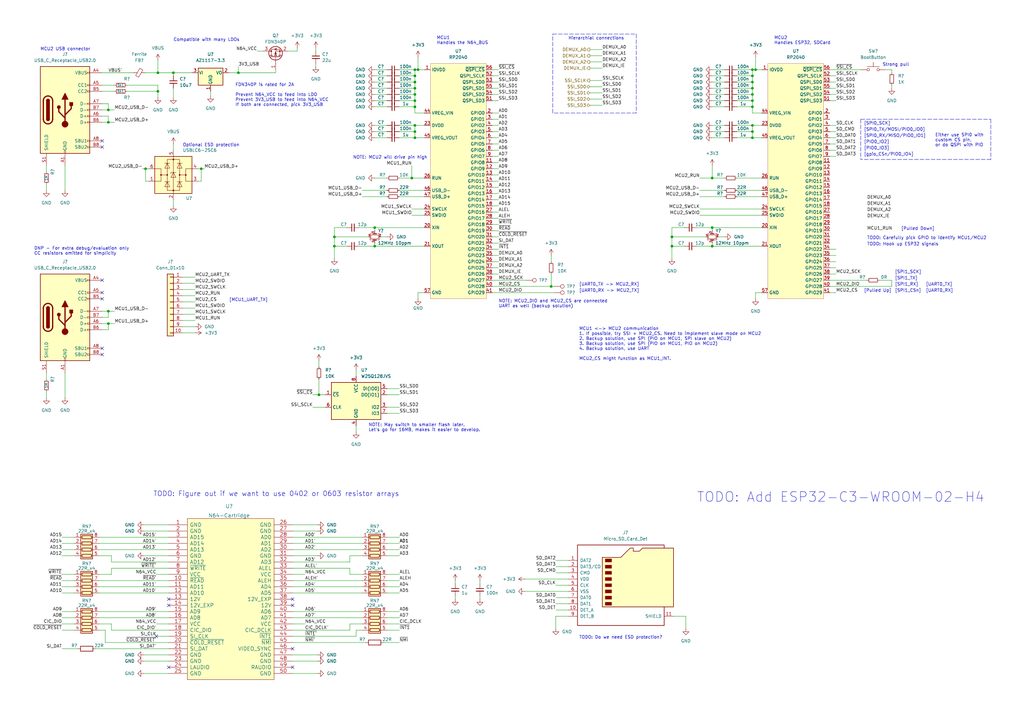
<source format=kicad_sch>
(kicad_sch (version 20211123) (generator eeschema)
  (paper "A3")
  (junction (at 137.16 97.155))
  (junction (at 97.79 29.845))
  (junction (at 308.61 41.275))
  (junction (at 170.18 53.975))
  (junction (at 82.55 69.215))
  (junction (at 292.1 73.025))
  (junction (at 170.18 38.735))
  (junction (at 170.18 56.515))
  (junction (at 308.61 43.815))
  (junction (at 170.18 28.575))
  (junction (at 308.61 38.735))
  (junction (at 308.61 53.975))
  (junction (at 153.67 100.965))
  (junction (at 308.61 56.515))
  (junction (at 308.61 31.115))
  (junction (at 275.59 100.965))
  (junction (at 275.59 97.155))
  (junction (at 308.61 36.195))
  (junction (at 292.1 100.965))
  (junction (at 308.61 51.435))
  (junction (at 44.45 132.715))
  (junction (at 44.45 45.085))
  (junction (at 170.18 51.435))
  (junction (at 170.18 31.115))
  (junction (at 71.12 29.845))
  (junction (at 226.06 117.475))
  (junction (at 292.1 93.345))
  (junction (at 64.77 37.465))
  (junction (at 153.67 93.345))
  (junction (at 64.77 29.845))
  (junction (at 309.88 28.575))
  (junction (at 308.61 33.655))
  (junction (at 170.18 33.655))
  (junction (at 170.18 36.195))
  (junction (at 59.69 69.215))
  (junction (at 171.45 28.575))
  (junction (at 170.18 43.815))
  (junction (at 44.45 50.165))
  (junction (at 130.81 161.925))
  (junction (at 308.61 28.575))
  (junction (at 170.18 41.275))
  (junction (at 137.16 100.965))
  (junction (at 168.91 73.025))
  (junction (at 44.45 127.635))
  (no_connect (at 41.91 57.785))
  (no_connect (at 41.91 60.325))
  (no_connect (at 69.215 245.745))
  (no_connect (at 64.135 260.985))
  (no_connect (at 69.215 248.285))
  (no_connect (at 41.91 120.015))
  (no_connect (at 120.015 273.685))
  (no_connect (at 41.91 114.935))
  (no_connect (at 41.91 142.875))
  (no_connect (at 69.215 273.685))
  (no_connect (at 41.91 122.555))
  (no_connect (at 120.015 245.745))
  (no_connect (at 41.91 145.415))
  (no_connect (at 120.015 266.065))
  (no_connect (at 120.015 248.285))
  (wire (pts (xy 44.45 127.635) (xy 46.99 127.635)))
  (wire (pts (xy 146.05 260.985) (xy 146.05 258.445)))
  (wire (pts (xy 227.965 232.41) (xy 233.045 232.41)))
  (wire (pts (xy 60.96 74.295) (xy 59.69 74.295)))
  (wire (pts (xy 201.93 79.375) (xy 204.47 79.375)))
  (wire (pts (xy 163.83 80.645) (xy 173.99 80.645)))
  (wire (pts (xy 201.93 86.995) (xy 204.47 86.995)))
  (wire (pts (xy 170.18 56.515) (xy 173.99 56.515)))
  (wire (pts (xy 157.48 263.525) (xy 163.83 263.525)))
  (wire (pts (xy 25.4 255.905) (xy 30.48 255.905)))
  (wire (pts (xy 163.83 78.105) (xy 173.99 78.105)))
  (wire (pts (xy 25.4 258.445) (xy 30.48 258.445)))
  (wire (pts (xy 74.93 128.905) (xy 80.01 128.905)))
  (wire (pts (xy 168.91 88.265) (xy 173.99 88.265)))
  (wire (pts (xy 105.41 20.955) (xy 107.95 20.955)))
  (wire (pts (xy 241.935 33.02) (xy 247.015 33.02)))
  (wire (pts (xy 170.18 41.275) (xy 170.18 43.815)))
  (wire (pts (xy 340.36 51.435) (xy 342.9 51.435)))
  (wire (pts (xy 120.015 230.505) (xy 143.51 230.505)))
  (wire (pts (xy 227.965 250.19) (xy 233.045 250.19)))
  (wire (pts (xy 201.93 38.735) (xy 204.47 38.735)))
  (wire (pts (xy 168.91 85.725) (xy 173.99 85.725)))
  (wire (pts (xy 308.61 28.575) (xy 309.88 28.575)))
  (wire (pts (xy 40.64 222.885) (xy 69.215 222.885)))
  (wire (pts (xy 308.61 31.115) (xy 308.61 33.655)))
  (wire (pts (xy 201.93 92.075) (xy 204.47 92.075)))
  (wire (pts (xy 226.06 117.475) (xy 226.06 112.395)))
  (wire (pts (xy 44.45 132.715) (xy 46.99 132.715)))
  (wire (pts (xy 153.67 100.965) (xy 153.67 99.695)))
  (wire (pts (xy 340.36 109.855) (xy 342.9 109.855)))
  (wire (pts (xy 201.93 99.695) (xy 204.47 99.695)))
  (wire (pts (xy 41.91 47.625) (xy 44.45 47.625)))
  (wire (pts (xy 59.055 268.605) (xy 69.215 268.605)))
  (wire (pts (xy 158.75 258.445) (xy 163.83 258.445)))
  (wire (pts (xy 340.36 61.595) (xy 342.9 61.595)))
  (wire (pts (xy 147.32 100.965) (xy 153.67 100.965)))
  (wire (pts (xy 19.05 67.945) (xy 19.05 70.485)))
  (wire (pts (xy 59.055 227.965) (xy 69.215 227.965)))
  (wire (pts (xy 163.83 31.115) (xy 170.18 31.115)))
  (wire (pts (xy 241.935 38.1) (xy 247.015 38.1)))
  (wire (pts (xy 163.83 51.435) (xy 170.18 51.435)))
  (wire (pts (xy 158.75 255.905) (xy 163.83 255.905)))
  (wire (pts (xy 201.93 31.115) (xy 204.47 31.115)))
  (wire (pts (xy 201.93 109.855) (xy 204.47 109.855)))
  (wire (pts (xy 137.16 97.155) (xy 151.13 97.155)))
  (wire (pts (xy 173.99 93.345) (xy 153.67 93.345)))
  (wire (pts (xy 74.93 136.525) (xy 80.01 136.525)))
  (wire (pts (xy 120.015 263.525) (xy 149.86 263.525)))
  (wire (pts (xy 309.88 120.015) (xy 312.42 120.015)))
  (wire (pts (xy 97.79 27.305) (xy 97.79 29.845)))
  (wire (pts (xy 308.61 38.735) (xy 308.61 41.275)))
  (wire (pts (xy 292.1 73.025) (xy 297.18 73.025)))
  (wire (pts (xy 121.92 20.955) (xy 118.11 20.955)))
  (wire (pts (xy 201.93 69.215) (xy 204.47 69.215)))
  (wire (pts (xy 241.935 22.86) (xy 247.015 22.86)))
  (wire (pts (xy 163.83 36.195) (xy 170.18 36.195)))
  (wire (pts (xy 360.68 114.935) (xy 365.76 114.935)))
  (wire (pts (xy 340.36 31.115) (xy 342.9 31.115)))
  (wire (pts (xy 340.36 36.195) (xy 342.9 36.195)))
  (polyline (pts (xy 260.985 13.97) (xy 260.985 46.355)))
  (wire (pts (xy 120.015 227.965) (xy 130.175 227.965)))
  (wire (pts (xy 163.83 43.815) (xy 170.18 43.815)))
  (wire (pts (xy 58.42 69.215) (xy 59.69 69.215)))
  (wire (pts (xy 163.83 73.025) (xy 168.91 73.025)))
  (wire (pts (xy 171.45 28.575) (xy 173.99 28.575)))
  (wire (pts (xy 302.26 51.435) (xy 308.61 51.435)))
  (wire (pts (xy 129.54 26.035) (xy 129.54 27.305)))
  (wire (pts (xy 74.93 133.985) (xy 80.01 133.985)))
  (wire (pts (xy 25.4 250.825) (xy 30.48 250.825)))
  (wire (pts (xy 201.93 59.055) (xy 204.47 59.055)))
  (wire (pts (xy 41.91 132.715) (xy 44.45 132.715)))
  (wire (pts (xy 163.83 53.975) (xy 170.18 53.975)))
  (wire (pts (xy 130.81 155.575) (xy 130.81 161.925)))
  (polyline (pts (xy 226.695 13.97) (xy 260.985 13.97)))
  (wire (pts (xy 287.02 88.265) (xy 312.42 88.265)))
  (wire (pts (xy 120.015 250.825) (xy 148.59 250.825)))
  (wire (pts (xy 281.305 257.81) (xy 281.305 252.73)))
  (wire (pts (xy 302.26 53.975) (xy 308.61 53.975)))
  (wire (pts (xy 45.72 230.505) (xy 45.72 227.965)))
  (wire (pts (xy 201.93 107.315) (xy 204.47 107.315)))
  (wire (pts (xy 40.64 258.445) (xy 43.18 258.445)))
  (wire (pts (xy 340.36 59.055) (xy 342.9 59.055)))
  (polyline (pts (xy 353.06 48.895) (xy 406.4 48.895)))
  (wire (pts (xy 40.64 243.205) (xy 69.215 243.205)))
  (wire (pts (xy 120.015 243.205) (xy 148.59 243.205)))
  (wire (pts (xy 201.93 94.615) (xy 204.47 94.615)))
  (wire (pts (xy 153.67 33.655) (xy 158.75 33.655)))
  (wire (pts (xy 158.75 235.585) (xy 163.83 235.585)))
  (wire (pts (xy 44.45 127.635) (xy 44.45 130.175)))
  (wire (pts (xy 143.51 233.045) (xy 143.51 235.585)))
  (wire (pts (xy 308.61 43.815) (xy 308.61 46.355)))
  (wire (pts (xy 226.06 117.475) (xy 227.33 117.475)))
  (wire (pts (xy 292.1 33.655) (xy 297.18 33.655)))
  (wire (pts (xy 201.93 64.135) (xy 204.47 64.135)))
  (wire (pts (xy 137.16 97.155) (xy 137.16 93.345)))
  (wire (pts (xy 41.91 135.255) (xy 44.45 135.255)))
  (wire (pts (xy 120.015 215.265) (xy 130.175 215.265)))
  (wire (pts (xy 153.67 93.345) (xy 153.67 94.615)))
  (wire (pts (xy 153.67 36.195) (xy 158.75 36.195)))
  (wire (pts (xy 81.28 69.215) (xy 82.55 69.215)))
  (wire (pts (xy 64.135 235.585) (xy 69.215 235.585)))
  (wire (pts (xy 170.18 46.355) (xy 173.99 46.355)))
  (wire (pts (xy 227.965 252.73) (xy 233.045 252.73)))
  (wire (pts (xy 156.21 97.155) (xy 158.75 97.155)))
  (wire (pts (xy 302.26 33.655) (xy 308.61 33.655)))
  (wire (pts (xy 275.59 100.965) (xy 280.67 100.965)))
  (wire (pts (xy 170.18 36.195) (xy 170.18 38.735)))
  (wire (pts (xy 201.93 28.575) (xy 204.47 28.575)))
  (wire (pts (xy 201.93 53.975) (xy 204.47 53.975)))
  (wire (pts (xy 137.16 106.045) (xy 137.16 100.965)))
  (wire (pts (xy 340.36 53.975) (xy 342.9 53.975)))
  (wire (pts (xy 308.61 56.515) (xy 312.42 56.515)))
  (wire (pts (xy 158.75 225.425) (xy 163.83 225.425)))
  (wire (pts (xy 153.67 31.115) (xy 158.75 31.115)))
  (wire (pts (xy 302.26 36.195) (xy 308.61 36.195)))
  (wire (pts (xy 64.77 24.765) (xy 64.77 29.845)))
  (wire (pts (xy 120.015 217.805) (xy 130.175 217.805)))
  (wire (pts (xy 365.76 28.575) (xy 363.22 28.575)))
  (wire (pts (xy 120.015 255.905) (xy 125.095 255.905)))
  (wire (pts (xy 201.93 51.435) (xy 204.47 51.435)))
  (wire (pts (xy 201.93 74.295) (xy 204.47 74.295)))
  (wire (pts (xy 215.265 242.57) (xy 233.045 242.57)))
  (wire (pts (xy 153.67 38.735) (xy 158.75 38.735)))
  (wire (pts (xy 170.18 28.575) (xy 171.45 28.575)))
  (polyline (pts (xy 406.4 48.895) (xy 406.4 65.405)))
  (wire (pts (xy 201.93 112.395) (xy 204.47 112.395)))
  (wire (pts (xy 227.965 252.73) (xy 227.965 257.81)))
  (wire (pts (xy 64.77 37.465) (xy 64.77 34.925)))
  (wire (pts (xy 120.015 271.145) (xy 130.175 271.145)))
  (wire (pts (xy 153.67 56.515) (xy 158.75 56.515)))
  (wire (pts (xy 153.67 73.025) (xy 158.75 73.025)))
  (wire (pts (xy 120.015 235.585) (xy 125.095 235.585)))
  (wire (pts (xy 130.81 147.955) (xy 130.81 150.495)))
  (wire (pts (xy 143.51 258.445) (xy 143.51 255.905)))
  (wire (pts (xy 158.75 227.965) (xy 163.83 227.965)))
  (wire (pts (xy 45.72 235.585) (xy 45.72 233.045)))
  (wire (pts (xy 215.265 237.49) (xy 233.045 237.49)))
  (wire (pts (xy 71.12 36.195) (xy 71.12 40.005)))
  (wire (pts (xy 241.935 35.56) (xy 247.015 35.56)))
  (wire (pts (xy 163.83 33.655) (xy 170.18 33.655)))
  (wire (pts (xy 40.64 250.825) (xy 69.215 250.825)))
  (wire (pts (xy 59.055 271.145) (xy 69.215 271.145)))
  (wire (pts (xy 41.91 45.085) (xy 44.45 45.085)))
  (wire (pts (xy 292.1 51.435) (xy 297.18 51.435)))
  (wire (pts (xy 59.055 215.265) (xy 69.215 215.265)))
  (wire (pts (xy 201.93 33.655) (xy 204.47 33.655)))
  (wire (pts (xy 19.05 75.565) (xy 19.05 78.105)))
  (wire (pts (xy 148.59 80.645) (xy 158.75 80.645)))
  (wire (pts (xy 153.67 43.815) (xy 158.75 43.815)))
  (wire (pts (xy 302.26 43.815) (xy 308.61 43.815)))
  (wire (pts (xy 275.59 100.965) (xy 275.59 97.155)))
  (wire (pts (xy 170.18 51.435) (xy 173.99 51.435)))
  (wire (pts (xy 292.1 53.975) (xy 297.18 53.975)))
  (wire (pts (xy 40.64 238.125) (xy 69.215 238.125)))
  (wire (pts (xy 227.965 240.03) (xy 233.045 240.03)))
  (wire (pts (xy 74.93 121.285) (xy 80.01 121.285)))
  (wire (pts (xy 25.4 227.965) (xy 30.48 227.965)))
  (wire (pts (xy 40.64 225.425) (xy 69.215 225.425)))
  (wire (pts (xy 170.18 43.815) (xy 170.18 46.355)))
  (wire (pts (xy 158.75 159.385) (xy 163.83 159.385)))
  (wire (pts (xy 25.4 225.425) (xy 30.48 225.425)))
  (wire (pts (xy 287.02 73.025) (xy 292.1 73.025)))
  (wire (pts (xy 285.75 93.345) (xy 292.1 93.345)))
  (wire (pts (xy 227.965 234.95) (xy 233.045 234.95)))
  (wire (pts (xy 39.37 266.065) (xy 69.215 266.065)))
  (wire (pts (xy 44.45 45.085) (xy 46.99 45.085)))
  (wire (pts (xy 226.06 104.775) (xy 226.06 107.315)))
  (wire (pts (xy 153.67 28.575) (xy 158.75 28.575)))
  (wire (pts (xy 74.93 131.445) (xy 80.01 131.445)))
  (wire (pts (xy 340.36 41.275) (xy 342.9 41.275)))
  (wire (pts (xy 120.015 222.885) (xy 148.59 222.885)))
  (wire (pts (xy 41.91 37.465) (xy 46.99 37.465)))
  (wire (pts (xy 113.03 28.575) (xy 113.03 29.845)))
  (wire (pts (xy 45.72 230.505) (xy 69.215 230.505)))
  (wire (pts (xy 143.51 230.505) (xy 143.51 227.965)))
  (wire (pts (xy 25.4 235.585) (xy 30.48 235.585)))
  (wire (pts (xy 137.16 93.345) (xy 142.24 93.345)))
  (wire (pts (xy 163.83 41.275) (xy 170.18 41.275)))
  (wire (pts (xy 71.12 29.845) (xy 78.74 29.845)))
  (wire (pts (xy 275.59 106.045) (xy 275.59 100.965)))
  (wire (pts (xy 201.93 97.155) (xy 204.47 97.155)))
  (wire (pts (xy 170.18 31.115) (xy 170.18 33.655)))
  (wire (pts (xy 41.91 34.925) (xy 46.99 34.925)))
  (wire (pts (xy 365.76 29.845) (xy 365.76 28.575)))
  (wire (pts (xy 241.935 20.32) (xy 247.015 20.32)))
  (wire (pts (xy 227.965 229.87) (xy 233.045 229.87)))
  (wire (pts (xy 137.16 100.965) (xy 137.16 97.155)))
  (wire (pts (xy 153.67 53.975) (xy 158.75 53.975)))
  (wire (pts (xy 292.1 36.195) (xy 297.18 36.195)))
  (wire (pts (xy 143.51 235.585) (xy 148.59 235.585)))
  (wire (pts (xy 201.93 84.455) (xy 204.47 84.455)))
  (wire (pts (xy 294.64 97.155) (xy 297.18 97.155)))
  (wire (pts (xy 44.45 47.625) (xy 44.45 50.165)))
  (wire (pts (xy 201.93 120.015) (xy 227.33 120.015)))
  (wire (pts (xy 287.02 78.105) (xy 297.18 78.105)))
  (wire (pts (xy 120.015 225.425) (xy 148.59 225.425)))
  (wire (pts (xy 40.64 253.365) (xy 69.215 253.365)))
  (wire (pts (xy 93.98 29.845) (xy 97.79 29.845)))
  (wire (pts (xy 201.93 36.195) (xy 204.47 36.195)))
  (wire (pts (xy 25.4 222.885) (xy 30.48 222.885)))
  (wire (pts (xy 64.135 260.985) (xy 69.215 260.985)))
  (wire (pts (xy 302.26 38.735) (xy 308.61 38.735)))
  (wire (pts (xy 201.93 102.235) (xy 204.47 102.235)))
  (wire (pts (xy 19.05 160.655) (xy 19.05 163.195)))
  (wire (pts (xy 45.72 255.905) (xy 40.64 255.905)))
  (wire (pts (xy 45.72 233.045) (xy 69.215 233.045)))
  (wire (pts (xy 64.77 40.005) (xy 64.77 37.465)))
  (wire (pts (xy 302.26 31.115) (xy 308.61 31.115)))
  (wire (pts (xy 97.79 29.845) (xy 113.03 29.845)))
  (wire (pts (xy 158.75 167.005) (xy 163.83 167.005)))
  (wire (pts (xy 340.36 64.135) (xy 342.9 64.135)))
  (wire (pts (xy 241.935 43.18) (xy 247.015 43.18)))
  (wire (pts (xy 275.59 97.155) (xy 289.56 97.155)))
  (wire (pts (xy 153.67 41.275) (xy 158.75 41.275)))
  (wire (pts (xy 40.64 220.345) (xy 69.215 220.345)))
  (wire (pts (xy 292.1 31.115) (xy 297.18 31.115)))
  (wire (pts (xy 44.45 42.545) (xy 44.45 45.085)))
  (wire (pts (xy 186.69 244.475) (xy 186.69 245.745)))
  (wire (pts (xy 201.93 41.275) (xy 204.47 41.275)))
  (wire (pts (xy 26.67 67.945) (xy 26.67 78.105)))
  (wire (pts (xy 59.055 276.225) (xy 69.215 276.225)))
  (wire (pts (xy 241.935 25.4) (xy 247.015 25.4)))
  (wire (pts (xy 201.93 46.355) (xy 204.47 46.355)))
  (wire (pts (xy 82.55 74.295) (xy 82.55 69.215)))
  (wire (pts (xy 308.61 53.975) (xy 308.61 56.515)))
  (wire (pts (xy 158.75 222.885) (xy 163.83 222.885)))
  (wire (pts (xy 340.36 56.515) (xy 342.9 56.515)))
  (wire (pts (xy 308.61 28.575) (xy 308.61 31.115)))
  (wire (pts (xy 26.67 153.035) (xy 26.67 163.195)))
  (wire (pts (xy 227.965 245.11) (xy 233.045 245.11)))
  (wire (pts (xy 168.91 73.025) (xy 173.99 73.025)))
  (wire (pts (xy 158.75 220.345) (xy 163.83 220.345)))
  (wire (pts (xy 120.015 238.125) (xy 148.59 238.125)))
  (wire (pts (xy 308.61 46.355) (xy 312.42 46.355)))
  (wire (pts (xy 52.07 37.465) (xy 64.77 37.465)))
  (wire (pts (xy 287.02 80.645) (xy 297.18 80.645)))
  (wire (pts (xy 120.015 276.225) (xy 130.175 276.225)))
  (wire (pts (xy 146.05 258.445) (xy 148.59 258.445)))
  (wire (pts (xy 292.1 41.275) (xy 297.18 41.275)))
  (wire (pts (xy 292.1 93.345) (xy 292.1 94.615)))
  (wire (pts (xy 120.015 233.045) (xy 143.51 233.045)))
  (wire (pts (xy 163.83 38.735) (xy 170.18 38.735)))
  (wire (pts (xy 158.75 253.365) (xy 163.83 253.365)))
  (wire (pts (xy 196.85 238.125) (xy 196.85 239.395)))
  (wire (pts (xy 312.42 93.345) (xy 292.1 93.345)))
  (wire (pts (xy 309.88 122.555) (xy 309.88 120.015)))
  (wire (pts (xy 302.26 73.025) (xy 312.42 73.025)))
  (wire (pts (xy 201.93 81.915) (xy 204.47 81.915)))
  (wire (pts (xy 82.55 69.215) (xy 83.82 69.215)))
  (wire (pts (xy 41.91 29.845) (xy 54.61 29.845)))
  (wire (pts (xy 74.93 116.205) (xy 80.01 116.205)))
  (wire (pts (xy 163.83 56.515) (xy 170.18 56.515)))
  (wire (pts (xy 158.75 238.125) (xy 163.83 238.125)))
  (wire (pts (xy 201.93 71.755) (xy 204.47 71.755)))
  (wire (pts (xy 137.16 100.965) (xy 142.24 100.965)))
  (wire (pts (xy 120.015 220.345) (xy 148.59 220.345)))
  (wire (pts (xy 275.59 97.155) (xy 275.59 93.345)))
  (wire (pts (xy 43.18 263.525) (xy 69.215 263.525)))
  (wire (pts (xy 309.88 23.495) (xy 309.88 28.575)))
  (wire (pts (xy 120.015 240.665) (xy 148.59 240.665)))
  (wire (pts (xy 74.93 126.365) (xy 80.01 126.365)))
  (wire (pts (xy 143.51 255.905) (xy 148.59 255.905)))
  (wire (pts (xy 146.05 151.765) (xy 146.05 154.305)))
  (wire (pts (xy 186.69 238.125) (xy 186.69 239.395)))
  (wire (pts (xy 302.26 80.645) (xy 312.42 80.645)))
  (wire (pts (xy 292.1 28.575) (xy 297.18 28.575)))
  (wire (pts (xy 302.26 41.275) (xy 308.61 41.275)))
  (wire (pts (xy 292.1 43.815) (xy 297.18 43.815)))
  (wire (pts (xy 59.69 74.295) (xy 59.69 69.215)))
  (wire (pts (xy 170.18 51.435) (xy 170.18 53.975)))
  (wire (pts (xy 302.26 78.105) (xy 312.42 78.105)))
  (wire (pts (xy 44.45 50.165) (xy 46.99 50.165)))
  (wire (pts (xy 170.18 38.735) (xy 170.18 41.275)))
  (wire (pts (xy 340.36 120.015) (xy 342.9 120.015)))
  (wire (pts (xy 340.36 33.655) (xy 342.9 33.655)))
  (wire (pts (xy 74.93 118.745) (xy 80.01 118.745)))
  (wire (pts (xy 71.12 81.915) (xy 71.12 84.455)))
  (wire (pts (xy 64.77 29.845) (xy 71.12 29.845)))
  (wire (pts (xy 52.07 34.925) (xy 64.77 34.925)))
  (wire (pts (xy 25.4 220.345) (xy 30.48 220.345)))
  (wire (pts (xy 41.91 42.545) (xy 44.45 42.545)))
  (wire (pts (xy 340.36 38.735) (xy 342.9 38.735)))
  (wire (pts (xy 340.36 102.235) (xy 342.9 102.235)))
  (wire (pts (xy 292.1 56.515) (xy 297.18 56.515)))
  (wire (pts (xy 365.76 34.925) (xy 365.76 36.195)))
  (wire (pts (xy 302.26 28.575) (xy 308.61 28.575)))
  (wire (pts (xy 121.92 19.685) (xy 121.92 20.955)))
  (wire (pts (xy 340.36 28.575) (xy 353.06 28.575)))
  (wire (pts (xy 201.93 114.935) (xy 215.9 114.935)))
  (wire (pts (xy 340.36 114.935) (xy 355.6 114.935)))
  (wire (pts (xy 128.27 161.925) (xy 130.81 161.925)))
  (wire (pts (xy 196.85 244.475) (xy 196.85 245.745)))
  (wire (pts (xy 25.4 253.365) (xy 30.48 253.365)))
  (wire (pts (xy 45.72 227.965) (xy 40.64 227.965)))
  (wire (pts (xy 308.61 36.195) (xy 308.61 38.735)))
  (wire (pts (xy 128.27 167.005) (xy 133.35 167.005)))
  (wire (pts (xy 201.93 61.595) (xy 204.47 61.595)))
  (wire (pts (xy 120.015 268.605) (xy 130.175 268.605)))
  (wire (pts (xy 171.45 122.555) (xy 171.45 120.015)))
  (wire (pts (xy 86.36 37.465) (xy 86.36 39.37)))
  (wire (pts (xy 171.45 23.495) (xy 171.45 28.575)))
  (wire (pts (xy 158.75 240.665) (xy 163.83 240.665)))
  (wire (pts (xy 170.18 28.575) (xy 170.18 31.115)))
  (wire (pts (xy 309.88 28.575) (xy 312.42 28.575)))
  (wire (pts (xy 146.05 174.625) (xy 146.05 177.165)))
  (wire (pts (xy 168.91 67.945) (xy 168.91 73.025)))
  (wire (pts (xy 170.18 33.655) (xy 170.18 36.195)))
  (wire (pts (xy 170.18 53.975) (xy 170.18 56.515)))
  (wire (pts (xy 74.93 123.825) (xy 80.01 123.825)))
  (wire (pts (xy 158.75 250.825) (xy 163.83 250.825)))
  (wire (pts (xy 25.4 240.665) (xy 30.48 240.665)))
  (wire (pts (xy 340.36 112.395) (xy 342.9 112.395)))
  (wire (pts (xy 44.45 132.715) (xy 44.45 135.255)))
  (wire (pts (xy 64.135 255.905) (xy 69.215 255.905)))
  (wire (pts (xy 130.81 161.925) (xy 133.35 161.925)))
  (wire (pts (xy 201.93 76.835) (xy 204.47 76.835)))
  (wire (pts (xy 201.93 104.775) (xy 204.47 104.775)))
  (wire (pts (xy 308.61 33.655) (xy 308.61 36.195)))
  (wire (pts (xy 19.05 153.035) (xy 19.05 155.575)))
  (polyline (pts (xy 353.06 48.895) (xy 353.06 65.405)))
  (wire (pts (xy 241.935 40.64) (xy 247.015 40.64)))
  (wire (pts (xy 74.93 113.665) (xy 80.01 113.665)))
  (wire (pts (xy 308.61 41.275) (xy 308.61 43.815)))
  (wire (pts (xy 201.93 117.475) (xy 226.06 117.475)))
  (wire (pts (xy 25.4 266.065) (xy 31.75 266.065)))
  (wire (pts (xy 71.12 29.845) (xy 71.12 31.115)))
  (wire (pts (xy 120.015 260.985) (xy 146.05 260.985)))
  (wire (pts (xy 241.935 27.94) (xy 247.015 27.94)))
  (wire (pts (xy 59.69 29.845) (xy 64.77 29.845)))
  (wire (pts (xy 292.1 100.965) (xy 292.1 99.695)))
  (wire (pts (xy 312.42 100.965) (xy 292.1 100.965)))
  (wire (pts (xy 287.02 85.725) (xy 312.42 85.725)))
  (wire (pts (xy 129.54 19.685) (xy 129.54 20.955)))
  (wire (pts (xy 340.36 117.475) (xy 365.76 117.475)))
  (wire (pts (xy 81.28 74.295) (xy 82.55 74.295)))
  (wire (pts (xy 41.91 130.175) (xy 44.45 130.175)))
  (wire (pts (xy 147.32 93.345) (xy 153.67 93.345)))
  (wire (pts (xy 201.93 56.515) (xy 204.47 56.515)))
  (wire (pts (xy 41.91 50.165) (xy 44.45 50.165)))
  (wire (pts (xy 340.36 104.775) (xy 342.9 104.775)))
  (wire (pts (xy 25.4 238.125) (xy 30.48 238.125)))
  (wire (pts (xy 43.18 258.445) (xy 43.18 263.525)))
  (wire (pts (xy 201.93 48.895) (xy 204.47 48.895)))
  (wire (pts (xy 201.93 66.675) (xy 204.47 66.675)))
  (wire (pts (xy 163.83 28.575) (xy 170.18 28.575)))
  (wire (pts (xy 120.015 253.365) (xy 148.59 253.365)))
  (polyline (pts (xy 260.985 46.355) (xy 226.695 46.355)))
  (wire (pts (xy 201.93 89.535) (xy 204.47 89.535)))
  (wire (pts (xy 308.61 51.435) (xy 308.61 53.975)))
  (wire (pts (xy 292.1 38.735) (xy 297.18 38.735)))
  (wire (pts (xy 25.4 243.205) (xy 30.48 243.205)))
  (wire (pts (xy 281.305 252.73) (xy 276.225 252.73)))
  (wire (pts (xy 143.51 227.965) (xy 148.59 227.965)))
  (wire (pts (xy 173.99 100.965) (xy 153.67 100.965)))
  (wire (pts (xy 59.69 69.215) (xy 60.96 69.215)))
  (polyline (pts (xy 226.695 46.355) (xy 226.695 13.97)))
  (wire (pts (xy 171.45 120.015) (xy 173.99 120.015)))
  (wire (pts (xy 71.12 59.055) (xy 71.12 61.595)))
  (wire (pts (xy 340.36 107.315) (xy 342.9 107.315)))
  (wire (pts (xy 275.59 93.345) (xy 280.67 93.345)))
  (wire (pts (xy 120.015 258.445) (xy 143.51 258.445)))
  (wire (pts (xy 158.75 169.545) (xy 163.83 169.545)))
  (wire (pts (xy 308.61 51.435) (xy 312.42 51.435)))
  (polyline (pts (xy 406.4 65.405) (xy 353.06 65.405)))
  (wire (pts (xy 40.64 240.665) (xy 69.215 240.665)))
  (wire (pts (xy 153.67 51.435) (xy 158.75 51.435)))
  (wire (pts (xy 285.75 100.965) (xy 292.1 100.965)))
  (wire (pts (xy 292.1 67.945) (xy 292.1 73.025)))
  (wire (pts (xy 45.72 258.445) (xy 45.72 255.905)))
  (wire (pts (xy 158.75 243.205) (xy 163.83 243.205)))
  (wire (pts (xy 40.64 235.585) (xy 45.72 235.585)))
  (wire (pts (xy 41.91 127.635) (xy 44.45 127.635)))
  (wire (pts (xy 148.59 78.105) (xy 158.75 78.105)))
  (wire (pts (xy 59.055 217.805) (xy 69.215 217.805)))
  (wire (pts (xy 365.76 114.935) (xy 365.76 117.475)))
  (wire (pts (xy 302.26 56.515) (xy 308.61 56.515)))
  (wire (pts (xy 158.75 161.925) (xy 163.83 161.925)))
  (wire (pts (xy 45.72 258.445) (xy 69.215 258.445)))
  (wire (pts (xy 227.965 247.65) (xy 233.045 247.65)))
  (text "[UART0_TX]" (at 379.73 117.475 0) (effects (font (size 1.27 1.27)) (justify left bottom)))
  (text "[PIO0_IO2]" (at 354.33 59.055 0) (effects (font (size 1.27 1.27)) (justify left bottom)))
  (text "[Pulled Up]" (at 354.33 120.015 0) (effects (font (size 1.27 1.27)) (justify left bottom)))
  (text "[UART0_RX -> MCU2_TX]" (at 237.49 120.015 0) (effects (font (size 1.27 1.27)) (justify left bottom)))
  (text "NOTE: MCU2 will drive pin high" (at 144.78 65.405 0) (effects (font (size 1.27 1.27)) (justify left bottom)))
  (text "[Pulled Down]" (at 369.57 94.615 0) (effects (font (size 1.27 1.27)) (justify left bottom)))
  (text "Strong pull" (at 361.95 27.305 0) (effects (font (size 1.27 1.27)) (justify left bottom)))
  (text "[UART0_RX]" (at 379.73 120.015 0) (effects (font (size 1.27 1.27)) (justify left bottom)))
  (text "MCU2\nHandles ESP32, SDCard" (at 317.5 18.415 0) (effects (font (size 1.27 1.27)) (justify left bottom)))
  (text "Hierarchial connections" (at 233.045 16.51 0) (effects (font (size 1.27 1.27)) (justify left bottom)))
  (text "FDN340P is rated for 2A\n\nPrevent N64_VCC to feed into LDO\nPrevent 3V3_USB to feed into N64_VCC\nIf both are connected, pick 3V3_USB\n" (at 96.52 43.815 0) (effects (font (size 1.27 1.27)) (justify left bottom)))
  (text "TODO: Do we need ESD protection?" (at 237.49 262.255 0) (effects (font (size 1.27 1.27)) (justify left bottom)))
  (text "Compatible with many LDOs" (at 71.12 17.145 0) (effects (font (size 1.27 1.27)) (justify left bottom)))
  (text "NOTE: May switch to smaller flash later.\nLet's go for 16MB, makes it easier to develop." (at 151.13 177.165 0) (effects (font (size 1.27 1.27)) (justify left bottom)))
  (text "[SPI1_SCK]" (at 367.03 112.395 0) (effects (font (size 1.27 1.27)) (justify left bottom)))
  (text "[SPI0_TX/MOSI/PIO0_IO0]" (at 354.33 53.975 0) (effects (font (size 1.27 1.27)) (justify left bottom)))
  (text "TODO: Add ESP32-C3-WROOM-02-H4" (at 285.75 206.375 0) (effects (font (size 4 4)) (justify left bottom)))
  (text "TODO: Carefully pick GPIO to identify MCU1/MCU2" (at 355.6 98.425 0) (effects (font (size 1.27 1.27)) (justify left bottom)))
  (text "[SPI0_SCK]" (at 354.33 51.435 0) (effects (font (size 1.27 1.27)) (justify left bottom)))
  (text "Either use SPI0 with\ncustom CS pin,\nor do QSPI with PIO" (at 383.54 60.325 0) (effects (font (size 1.27 1.27)) (justify left bottom)))
  (text "[MCU1_UART_TX]" (at 93.98 123.825 0) (effects (font (size 1.27 1.27)) (justify left bottom)))
  (text "[SPI1_TX]" (at 367.03 114.935 0) (effects (font (size 1.27 1.27)) (justify left bottom)))
  (text "NOTE: MCU2_DIO and MCU2_CS are connected\nUART as well (backup solution)" (at 204.47 126.365 0) (effects (font (size 1.27 1.27)) (justify left bottom)))
  (text "[UART0_TX -> MCU2_RX]" (at 237.49 117.475 0) (effects (font (size 1.27 1.27)) (justify left bottom)))
  (text "[SPI1_RX]" (at 367.03 117.475 0) (effects (font (size 1.27 1.27)) (justify left bottom)))
  (text "MCU2 USB connector" (at 16.51 20.955 0) (effects (font (size 1.27 1.27)) (justify left bottom)))
  (text "[PIO0_IO3]" (at 354.33 61.595 0) (effects (font (size 1.27 1.27)) (justify left bottom)))
  (text "Optional ESD protection" (at 74.93 60.325 0) (effects (font (size 1.27 1.27)) (justify left bottom)))
  (text "MCU1 <-> MCU2 communication\n1. If possible, try SSI + MCU2_CS. Need to implement slave mode on MCU2\n2. Backup solution, use SPI (PIO on MCU1, SPI slave on MCU2)\n3. Backup solution, use SPI (PIO on MCU1, PIO on MCU2)\n4. Backup solution, use UART\n\nMCU2_CS might function as MCU1_INT." (at 237.49 147.955 0) (effects (font (size 1.27 1.27)) (justify left bottom)))
  (text "[SPI0_RX/MISO/PIO0_IO1]" (at 354.33 56.515 0) (effects (font (size 1.27 1.27)) (justify left bottom)))
  (text "TODO: Hook up ESP32 signals" (at 355.6 100.965 0) (effects (font (size 1.27 1.27)) (justify left bottom)))
  (text "TODO: Figure out if we want to use 0402 or 0603 resistor arrays" (at 62.865 203.835 0) (effects (font (size 2 2)) (justify left bottom)))
  (text "DNP - For extra debug/evaluation only\nCC resistors omitted for simplicity" (at 13.97 104.775 0) (effects (font (size 1.27 1.27)) (justify left bottom)))
  (text "MCU1\nHandles the N64_BUS" (at 179.07 18.415 0) (effects (font (size 1.27 1.27)) (justify left bottom)))
  (text "[gpio_CSn/PIO0_IO4]" (at 354.33 64.135 0) (effects (font (size 1.27 1.27)) (justify left bottom)))
  (text "[SPI1_CSn]" (at 367.03 120.015 0) (effects (font (size 1.27 1.27)) (justify left bottom)))
  (label "CIC_DIO" (at 25.4 255.905 180))
  (label "AD4" (at 163.83 240.665 0))
  (label "~{WRITE'}" (at 64.135 233.045 180))
  (label "DEMUX_A1" (at 204.47 107.315 0))
  (label "AD9'" (at 64.135 250.825 180))
  (label "SD_CLK" (at 227.965 240.03 180))
  (label "AD11" (at 204.47 74.295 0))
  (label "MCU2_CS" (at 204.47 117.475 0))
  (label "DEMUX_A2" (at 204.47 109.855 0))
  (label "SI_CLK" (at 64.135 260.985 180))
  (label "DEMUX_IE" (at 204.47 112.395 0))
  (label "SD_CMD" (at 342.9 53.975 0))
  (label "AD12" (at 25.4 227.965 180))
  (label "MCU2_UART_TX" (at 80.01 113.665 0))
  (label "AD6'" (at 125.095 250.825 0))
  (label "SI_DAT" (at 25.4 266.065 180))
  (label "SSI_SCLK" (at 204.47 31.115 0))
  (label "MCU2_USB_D+" (at 83.82 69.215 0))
  (label "MCU2_USB_D+" (at 46.99 50.165 0))
  (label "AD0'" (at 125.095 220.345 0))
  (label "AD7" (at 163.83 253.365 0))
  (label "AD10" (at 204.47 71.755 0))
  (label "AD3" (at 204.47 53.975 0))
  (label "N64_VCC" (at 105.41 20.955 180))
  (label "MCU2_DIO" (at 204.47 120.015 0))
  (label "SSI_SD3" (at 342.9 41.275 0))
  (label "MCU1_SWDIO" (at 168.91 88.265 180))
  (label "SD_DAT1" (at 342.9 59.055 0))
  (label "CIC_DCLK" (at 163.83 255.905 0))
  (label "AD11'" (at 64.135 240.665 180))
  (label "SSI_SD1" (at 342.9 36.195 0))
  (label "AD15" (at 25.4 220.345 180))
  (label "MCU1_SWCLK" (at 80.01 128.905 0))
  (label "SD_DAT3" (at 227.965 232.41 180))
  (label "MCU2_SWDIO" (at 287.02 88.265 180))
  (label "VBUS'" (at 44.45 29.845 0))
  (label "AD11" (at 25.4 240.665 180))
  (label "AD14" (at 204.47 81.915 0))
  (label "MCU1_RUN" (at 80.01 131.445 0))
  (label "ALEH'" (at 125.095 238.125 0))
  (label "SSI_SD0" (at 163.83 159.385 0))
  (label "SI_DAT" (at 204.47 99.695 0))
  (label "AD0" (at 204.47 46.355 0))
  (label "MCU2_CS" (at 80.01 123.825 0))
  (label "DEMUX_A1" (at 247.015 22.86 0))
  (label "AD15'" (at 64.135 220.345 180))
  (label "SSI_SCLK" (at 342.9 31.115 0))
  (label "SSI_SCLK" (at 128.27 167.005 180))
  (label "MCU2_SWCLK" (at 80.01 118.745 0))
  (label "AD8" (at 204.47 66.675 0))
  (label "MCU2_RUN" (at 287.02 73.025 180))
  (label "MCU2_USB_D-" (at 58.42 69.215 180))
  (label "AD15" (at 204.47 84.455 0))
  (label "ALEH" (at 163.83 238.125 0))
  (label "AD0" (at 163.83 220.345 0))
  (label "DEMUX_A2" (at 355.6 86.995 0))
  (label "~{READ'}" (at 64.135 238.125 180))
  (label "DEMUX_A0" (at 204.47 104.775 0))
  (label "AD5" (at 163.83 243.205 0))
  (label "MCU2_SWDIO" (at 80.01 116.205 0))
  (label "DEMUX_A0" (at 247.015 20.32 0))
  (label "SSI_SD2" (at 342.9 38.735 0))
  (label "MCU2_USB_D-" (at 46.99 45.085 0))
  (label "~{INT1'}" (at 125.095 260.985 0))
  (label "~{NMI}" (at 163.83 263.525 0))
  (label "~{COLD_RESET}" (at 25.4 258.445 180))
  (label "~{NMI'}" (at 125.095 263.525 0))
  (label "AD14'" (at 64.135 222.885 180))
  (label "~{SSI_CS}" (at 128.27 161.925 180))
  (label "~{WRITE}" (at 25.4 235.585 180))
  (label "ALEL'" (at 125.095 233.045 0))
  (label "AD7'" (at 125.095 253.365 0))
  (label "SD_CLK" (at 342.9 51.435 0))
  (label "SSI_SD3" (at 204.47 41.275 0))
  (label "~{READ}" (at 25.4 238.125 180))
  (label "N64_VCC" (at 64.135 255.905 180))
  (label "AD3'" (at 125.095 230.505 0))
  (label "MCU1_SWCLK" (at 168.91 85.725 180))
  (label "AD13" (at 204.47 79.375 0))
  (label "SD_DAT3" (at 342.9 64.135 0))
  (label "~{COLD_RESET}" (at 204.47 97.155 0))
  (label "~{SSI_CS}" (at 342.9 28.575 0))
  (label "AD8'" (at 64.135 253.365 180))
  (label "~{WRITE}" (at 204.47 92.075 0))
  (label "MCU2_RUN" (at 80.01 121.285 0))
  (label "AD7" (at 204.47 64.135 0))
  (label "MCU1_USB_D-" (at 46.99 127.635 0))
  (label "MCU2_CS" (at 342.9 120.015 0))
  (label "AD2'" (at 125.095 225.425 0))
  (label "SSI_SCLK" (at 247.015 33.02 0))
  (label "AD10'" (at 64.135 243.205 180))
  (label "N64_VCC" (at 125.095 255.905 0))
  (label "MCU1_SWDIO" (at 80.01 126.365 0))
  (label "DEMUX_A1" (at 355.6 84.455 0))
  (label "AD5'" (at 125.095 243.205 0))
  (label "AD1" (at 163.83 222.885 0))
  (label "SSI_SD0" (at 204.47 33.655 0))
  (label "SSI_SD1" (at 163.83 161.925 0))
  (label "MCU2_DIO" (at 342.9 117.475 0))
  (label "ALEL" (at 163.83 235.585 0))
  (label "SD_DAT0" (at 342.9 56.515 0))
  (label "ALEH" (at 204.47 89.535 0))
  (label "MCU2_SCK" (at 204.47 114.935 0))
  (label "SD_DAT0" (at 227.965 245.11 180))
  (label "AD9" (at 204.47 69.215 0))
  (label "SSI_SD2" (at 247.015 40.64 0))
  (label "~{INT1}" (at 204.47 102.235 0))
  (label "AD1'" (at 125.095 222.885 0))
  (label "MCU2_SCK" (at 342.9 112.395 0))
  (label "MCU1_RUN" (at 168.91 67.945 180))
  (label "AD12" (at 204.47 76.835 0))
  (label "AD8" (at 25.4 253.365 180))
  (label "MCU2_SWCLK" (at 287.02 85.725 180))
  (label "SSI_SD1" (at 247.015 38.1 0))
  (label "AD6" (at 204.47 61.595 0))
  (label "AD5" (at 204.47 59.055 0))
  (label "MCU1_USB_D+" (at 46.99 132.715 0))
  (label "AD14" (at 25.4 222.885 180))
  (label "AD13" (at 25.4 225.425 180))
  (label "DEMUX_IE" (at 247.015 27.94 0))
  (label "AD2" (at 163.83 225.425 0))
  (label "N64_VCC" (at 125.095 235.585 0))
  (label "DEMUX_A2" (at 247.015 25.4 0))
  (label "MCU1_RUN" (at 355.6 94.615 0))
  (label "CIC_DCLK'" (at 125.095 258.445 0))
  (label "DEMUX_IE" (at 355.6 89.535 0))
  (label "SSI_SD0" (at 247.015 35.56 0))
  (label "AD1" (at 163.83 222.885 0))
  (label "SSI_SD1" (at 204.47 36.195 0))
  (label "~{COLD_RESET'}" (at 64.135 263.525 180))
  (label "SD_DAT1" (at 227.965 247.65 180))
  (label "3V3_USB" (at 97.79 27.305 0))
  (label "MCU1_USB_D-" (at 148.59 78.105 180))
  (label "SI_DAT'" (at 64.135 266.065 180))
  (label "AD2" (at 204.47 51.435 0))
  (label "AD6" (at 163.83 250.825 0))
  (label "SSI_SD2" (at 204.47 38.735 0))
  (label "~{SSI_CS}" (at 204.47 28.575 0))
  (label "SD_DAT2" (at 342.9 61.595 0))
  (label "SSI_SD3" (at 247.015 43.18 0))
  (label "AD3" (at 163.83 227.965 0))
  (label "AD9" (at 25.4 250.825 180))
  (label "SSI_SD3" (at 163.83 169.545 0))
  (label "MCU1_USB_D+" (at 148.59 80.645 180))
  (label "AD10" (at 25.4 243.205 180))
  (label "SSI_SD0" (at 342.9 33.655 0))
  (label "SD_CMD" (at 227.965 234.95 180))
  (label "AD12'" (at 64.135 230.505 180))
  (label "ALEL" (at 204.47 86.995 0))
  (label "SSI_SD2" (at 163.83 167.005 0))
  (label "DEMUX_A0" (at 355.6 81.915 0))
  (label "SD_DAT2" (at 227.965 229.87 180))
  (label "AD4" (at 204.47 56.515 0))
  (label "AD1" (at 204.47 48.895 0))
  (label "AD4'" (at 125.095 240.665 0))
  (label "AD13'" (at 64.135 225.425 180))
  (label "~{READ}" (at 204.47 94.615 0))
  (label "SD_DET" (at 227.965 250.19 180))
  (label "MCU2_USB_D-" (at 287.02 78.105 180))
  (label "MCU2_USB_D+" (at 287.02 80.645 180))
  (label "~{INT1}" (at 163.83 258.445 0))
  (label "CIC_DIO'" (at 64.135 258.445 180))
  (label "N64_VCC" (at 64.135 235.585 180))
  (hierarchical_label "DEMUX_A0" (shape output) (at 241.935 20.32 180))
  (hierarchical_label "SSI_SD2" (shape bidirectional) (at 241.935 40.64 180))
  (hierarchical_label "DEMUX_IE" (shape output) (at 241.935 27.94 180))
  (hierarchical_label "DEMUX_A1" (shape output) (at 241.935 22.86 180))
  (hierarchical_label "SSI_SD0" (shape bidirectional) (at 241.935 35.56 180))
  (hierarchical_label "SSI_SD1" (shape bidirectional) (at 241.935 38.1 180))
  (hierarchical_label "SSI_SCLK" (shape output) (at 241.935 33.02 180))
  (hierarchical_label "DEMUX_A2" (shape output) (at 241.935 25.4 180))
  (hierarchical_label "SSI_SD3" (shape bidirectional) (at 241.935 43.18 180))
  (symbol (lib_id "power:GND") (at 275.59 106.045 0) (unit 1)
    (property "Reference" "#PWR?" (effects hide))
    (property "Value" "GND" (at 275.59 111.125 0))
  )
  (symbol (lib_id "power:GND") (at 19.05 163.195 0) (unit 1)
    (property "Reference" "#PWR?" (effects hide))
    (property "Value" "GND" (at 19.05 168.275 0))
  )
  (symbol (lib_id "power:GND") (at 292.1 53.975 270) (unit 1)
    (property "Reference" "#PWR?" (effects hide))
    (property "Value" "GND" (at 288.29 53.9749 90) (effects (justify right)))
  )
  (symbol (lib_id "power:GND") (at 292.1 38.735 270) (unit 1)
    (property "Reference" "#PWR?" (effects hide))
    (property "Value" "GND" (at 288.29 38.7349 90) (effects (justify right)))
  )
  (symbol (lib_id "power:+3V3") (at 130.81 147.955 0) (unit 1)
    (property "Reference" "#PWR?" (effects hide))
    (property "Value" "+3V3" (at 130.81 142.875 0))
  )
  (symbol (lib_id "power:GND") (at 153.67 53.975 270) (unit 1)
    (property "Reference" "#PWR?" (effects hide))
    (property "Value" "GND" (at 149.86 53.9749 90) (effects (justify right)))
  )
  (symbol (lib_id "power:+3V3") (at 196.85 238.125 0) (unit 1)
    (property "Reference" "#PWR?" (effects hide))
    (property "Value" "+3V3" (at 196.85 233.045 0))
  )
  (symbol (lib_id "Device:R_Small") (at 49.53 34.925 90) (unit 1)
    (property "Reference" "R?" (at 52.07 32.385 90))
    (property "Value" "5k1" (at 49.53 34.925 90) (effects (font (size 1 1))))
    (property "Footprint" "Resistor_SMD:R_0603_1608Metric" (effects hide))
  )
  (symbol (lib_id "Device:R_Small") (at 49.53 37.465 90) (unit 1)
    (property "Reference" "R?" (at 52.07 40.005 90))
    (property "Value" "5k1" (at 49.53 37.465 90) (effects (font (size 1 1))))
    (property "Footprint" "Resistor_SMD:R_0603_1608Metric" (effects hide))
  )
  (symbol (lib_id "power:GND") (at 186.69 245.745 0) (unit 1)
    (property "Reference" "#PWR?" (effects hide))
    (property "Value" "GND" (at 186.69 250.825 0))
  )
  (symbol (lib_id "power:+3V3") (at 80.01 136.525 270) (unit 1)
    (property "Reference" "#PWR?" (effects hide))
    (property "Value" "+3V3" (at 83.82 136.5249 90) (effects (justify left)))
  )
  (symbol (lib_id "Connector_Generic:Conn_01x10") (at 69.85 123.825 0) (mirror y) (unit 1)
    (property "Reference" "J?" (at 69.85 107.315 0))
    (property "Value" "Conn_01x10" (at 69.85 109.855 0))
  )
  (symbol (lib_id "power:+3V3") (at 121.92 19.685 0) (unit 1)
    (property "Reference" "#PWR?" (effects hide))
    (property "Value" "+3V3" (at 121.92 14.605 0))
  )
  (symbol (lib_id "power:GND") (at 365.76 36.195 0) (unit 1)
    (property "Reference" "#PWR?" (effects hide))
    (property "Value" "GND" (at 365.76 41.275 0))
  )
  (symbol (lib_id "Device:C_Small") (at 161.29 33.655 270) (unit 1)
    (property "Reference" "C?" (at 156.21 32.385 90))
    (property "Value" "100n" (at 166.37 32.385 90))
  )
  (symbol (lib_id "power:+3V3") (at 186.69 238.125 0) (unit 1)
    (property "Reference" "#PWR?" (effects hide))
    (property "Value" "+3V3" (at 186.69 233.045 0))
  )
  (symbol (lib_id "power:+3V3") (at 292.1 67.945 0) (unit 1)
    (property "Reference" "#PWR?" (effects hide))
    (property "Value" "+3V3" (at 292.1 62.865 0))
  )
  (symbol (lib_id "power:GND") (at 59.055 276.225 270) (unit 1)
    (property "Reference" "#PWR?" (effects hide))
    (property "Value" "GND" (at 55.245 276.2249 90) (effects (justify right)))
  )
  (symbol (lib_id "power:GND") (at 137.16 106.045 0) (unit 1)
    (property "Reference" "#PWR?" (effects hide))
    (property "Value" "GND" (at 137.16 111.125 0))
  )
  (symbol (lib_id "Device:R_Small") (at 365.76 32.385 0) (unit 1)
    (property "Reference" "R?" (at 368.3 31.1149 0) (effects (justify left)))
    (property "Value" "1K" (at 368.3 33.6549 0) (effects (justify left)))
  )
  (symbol (lib_id "n64-cartridge:N64-Cartridge") (at 94.615 245.745 0) (unit 1)
    (property "Reference" "U?" (at 93.98 207.645 0) (effects (font (size 1.524 1.524))))
    (property "Value" "N64-Cartridge" (at 93.98 211.455 0) (effects (font (size 1.524 1.524))))
    (property "Footprint" "picocart64:N64-Connector" (effects hide))
  )
  (symbol (lib_id "Device:R_Small") (at 161.29 73.025 90) (unit 1)
    (property "Reference" "R?" (at 156.845 71.755 90))
    (property "Value" "10K" (at 165.735 71.755 90))
  )
  (symbol (lib_id "power:GND") (at 80.01 133.985 90) (unit 1)
    (property "Reference" "#PWR?" (effects hide))
    (property "Value" "GND" (at 83.82 133.9849 90) (effects (justify right)))
  )
  (symbol (lib_id "Device:C_Small") (at 299.72 28.575 270) (unit 1)
    (property "Reference" "C?" (at 294.64 27.305 90))
    (property "Value" "100n" (at 304.8 27.305 90))
  )
  (symbol (lib_id "power:GND") (at 130.175 276.225 90) (unit 1)
    (property "Reference" "#PWR?" (effects hide))
    (property "Value" "GND" (at 133.985 276.2249 90) (effects (justify right)))
  )
  (symbol (lib_id "power:GND") (at 71.12 40.005 0) (unit 1)
    (property "Reference" "#PWR?" (effects hide))
    (property "Value" "GND" (at 71.12 45.085 0))
  )
  (symbol (lib_id "Device:R_Small") (at 358.14 114.935 90) (unit 1)
    (property "Reference" "R?" (at 353.695 113.665 90))
    (property "Value" "0R" (at 362.585 113.665 90))
  )
  (symbol (lib_id "Device:R_Small") (at 19.05 73.025 180) (unit 1)
    (property "Reference" "R?" (at 21.59 70.485 90))
    (property "Value" "1M" (at 19.05 73.025 90) (effects (font (size 1 1))))
    (property "Footprint" "Resistor_SMD:R_0603_1608Metric" (effects hide))
  )
  (symbol (lib_id "power:GND") (at 281.305 257.81 0) (unit 1)
    (property "Reference" "#PWR?" (effects hide))
    (property "Value" "GND" (at 281.305 262.89 0))
  )
  (symbol (lib_id "power:GND") (at 26.67 163.195 0) (unit 1)
    (property "Reference" "#PWR?" (effects hide))
    (property "Value" "GND" (at 26.67 168.275 0))
  )
  (symbol (lib_id "Device:C_Small") (at 299.72 31.115 270) (unit 1)
    (property "Reference" "C?" (at 294.64 29.845 90))
    (property "Value" "100n" (at 304.8 29.845 90))
  )
  (symbol (lib_id "power:GND") (at 215.265 242.57 270) (unit 1)
    (property "Reference" "#PWR?" (effects hide))
    (property "Value" "GND" (at 211.455 242.5699 90) (effects (justify right)))
  )
  (symbol (lib_id "power:GND") (at 227.965 257.81 0) (unit 1)
    (property "Reference" "#PWR?" (effects hide))
    (property "Value" "GND" (at 230.505 259.0799 0) (effects (justify left)))
  )
  (symbol (lib_id "Device:C_Small") (at 161.29 41.275 270) (unit 1)
    (property "Reference" "C?" (at 156.21 40.005 90))
    (property "Value" "100n" (at 166.37 40.005 90))
  )
  (symbol (lib_id "power:GND") (at 309.88 122.555 0) (unit 1)
    (property "Reference" "#PWR?" (effects hide))
    (property "Value" "GND" (at 309.88 127.635 0))
  )
  (symbol (lib_id "Device:R_Pack04") (at 153.67 255.905 270) (unit 1)
    (property "Reference" "RN?" (at 153.67 246.38 90))
    (property "Value" "22R_x4" (at 153.67 248.285 90))
    (property "Footprint" "Resistor_SMD:R_Array_Convex_4x0603" (effects hide))
    (property "LSCC" "C309446" (effects hide))
  )
  (symbol (lib_id "power:+3V3") (at 309.88 23.495 0) (unit 1)
    (property "Reference" "#PWR?" (effects hide))
    (property "Value" "+3V3" (at 309.88 18.415 0))
  )
  (symbol (lib_id "Device:R_Pack04") (at 153.67 225.425 270) (unit 1)
    (property "Reference" "RN?" (at 153.67 215.9 90))
    (property "Value" "22R_x4" (at 153.67 217.805 90))
    (property "Footprint" "Resistor_SMD:R_Array_Convex_4x0603" (effects hide))
    (property "LSCC" "C309446" (effects hide))
  )
  (symbol (lib_id "power:GND") (at 86.36 39.37 0) (unit 1)
    (property "Reference" "#PWR?" (effects hide))
    (property "Value" "GND" (at 86.36 44.45 0))
  )
  (symbol (lib_id "power:+3V3") (at 215.265 237.49 90) (unit 1)
    (property "Reference" "#PWR?" (effects hide))
    (property "Value" "+3V3" (at 211.455 237.4899 90) (effects (justify left)))
  )
  (symbol (lib_id "power:GND") (at 71.12 84.455 0) (unit 1)
    (property "Reference" "#PWR?" (effects hide))
    (property "Value" "GND" (at 71.12 89.535 0))
  )
  (symbol (lib_id "power:GND") (at 26.67 78.105 0) (unit 1)
    (property "Reference" "#PWR?" (effects hide))
    (property "Value" "GND" (at 26.67 83.185 0))
  )
  (symbol (lib_id "Device:R") (at 35.56 266.065 90) (unit 1)
    (property "Reference" "R?" (at 30.48 264.795 90))
    (property "Value" "22R" (at 40.64 264.795 90))
  )
  (symbol (lib_id "power:GND") (at 292.1 36.195 270) (unit 1)
    (property "Reference" "#PWR?" (effects hide))
    (property "Value" "GND" (at 288.29 36.1949 90) (effects (justify right)))
  )
  (symbol (lib_id "Device:C_Small") (at 299.72 53.975 270) (unit 1)
    (property "Reference" "C?" (at 294.64 52.705 90))
    (property "Value" "100n" (at 304.8 52.705 90))
  )
  (symbol (lib_id "Device:Crystal_GND24_Small") (at 292.1 97.155 90) (unit 1)
    (property "Reference" "Y?" (at 294.64 94.615 90))
    (property "Value" "12MHz 10ppm" (at 293.37 99.695 90) (effects (justify right)))
    (property "LCSC" "C521567" (effects hide))
  )
  (symbol (lib_id "power:GND") (at 59.055 217.805 270) (unit 1)
    (property "Reference" "#PWR?" (effects hide))
    (property "Value" "GND" (at 55.245 217.8049 90) (effects (justify right)))
  )
  (symbol (lib_id "Device:C_Small") (at 144.78 100.965 90) (unit 1)
    (property "Reference" "C?" (at 140.97 99.695 90))
    (property "Value" "12p" (at 148.59 99.695 90))
  )
  (symbol (lib_id "power:GND") (at 59.055 271.145 270) (unit 1)
    (property "Reference" "#PWR?" (effects hide))
    (property "Value" "GND" (at 55.245 271.1449 90) (effects (justify right)))
  )
  (symbol (lib_id "power:GND") (at 59.055 215.265 270) (unit 1)
    (property "Reference" "#PWR?" (effects hide))
    (property "Value" "GND" (at 55.245 215.2649 90) (effects (justify right)))
  )
  (symbol (lib_id "power:GND") (at 292.1 41.275 270) (unit 1)
    (property "Reference" "#PWR?" (effects hide))
    (property "Value" "GND" (at 288.29 41.2749 90) (effects (justify right)))
  )
  (symbol (lib_id "power:GND") (at 153.67 31.115 270) (unit 1)
    (property "Reference" "#PWR?" (effects hide))
    (property "Value" "GND" (at 149.86 31.1149 90) (effects (justify right)))
  )
  (symbol (lib_id "power:GND") (at 292.1 31.115 270) (unit 1)
    (property "Reference" "#PWR?" (effects hide))
    (property "Value" "GND" (at 288.29 31.1149 90) (effects (justify right)))
  )
  (symbol (lib_id "Device:C_Small") (at 299.72 56.515 270) (unit 1)
    (property "Reference" "C?" (at 294.64 55.245 90))
    (property "Value" "1u" (at 304.8 55.245 90))
  )
  (symbol (lib_id "power:GND") (at 292.1 51.435 270) (unit 1)
    (property "Reference" "#PWR?" (effects hide))
    (property "Value" "GND" (at 288.29 51.4349 90) (effects (justify right)))
  )
  (symbol (lib_id "Connector:TestPoint") (at 215.9 114.935 270) (unit 1)
    (property "Reference" "TP?" (at 220.98 114.9349 90) (effects (justify left)))
    (property "Value" "TP_MCU2_CS" (effects hide))
  )
  (symbol (lib_id "Device:C_Small") (at 161.29 31.115 270) (unit 1)
    (property "Reference" "C?" (at 156.21 29.845 90))
    (property "Value" "100n" (at 166.37 29.845 90))
  )
  (symbol (lib_id "Device:C_Small") (at 129.54 23.495 0) (unit 1)
    (property "Reference" "C?" (at 132.08 22.2312 0) (effects (justify left)))
    (property "Value" "22u" (at 132.08 24.7712 0) (effects (justify left)))
  )
  (symbol (lib_id "Device:C_Small") (at 161.29 28.575 270) (unit 1)
    (property "Reference" "C?" (at 156.21 27.305 90))
    (property "Value" "100n" (at 166.37 27.305 90))
  )
  (symbol (lib_id "Device:C_Small") (at 161.29 38.735 270) (unit 1)
    (property "Reference" "C?" (at 156.21 37.465 90))
    (property "Value" "100n" (at 166.37 37.465 90))
  )
  (symbol (lib_id "Device:R_Pack04") (at 35.56 255.905 270) (unit 1)
    (property "Reference" "RN?" (at 35.56 246.38 90))
    (property "Value" "22R_x4" (at 35.56 248.285 90))
    (property "Footprint" "Resistor_SMD:R_Array_Convex_4x0603" (effects hide))
    (property "LSCC" "C309446" (effects hide))
  )
  (symbol (lib_id "Device:C_Small") (at 196.85 241.935 0) (unit 1)
    (property "Reference" "C?" (at 199.39 240.6712 0) (effects (justify left)))
    (property "Value" "100n" (at 199.39 243.2112 0) (effects (justify left)))
  )
  (symbol (lib_id "power:GND") (at 130.175 271.145 90) (unit 1)
    (property "Reference" "#PWR?" (effects hide))
    (property "Value" "GND" (at 133.985 271.1449 90) (effects (justify right)))
  )
  (symbol (lib_id "Device:R") (at 153.67 263.525 90) (unit 1)
    (property "Reference" "R?" (at 148.59 262.255 90))
    (property "Value" "22R" (at 158.75 262.255 90))
  )
  (symbol (lib_id "Device:R_Small") (at 130.81 153.035 0) (unit 1)
    (property "Reference" "R?" (at 133.35 151.7649 0) (effects (justify left)))
    (property "Value" "10K" (at 133.35 154.3049 0) (effects (justify left)))
  )
  (symbol (lib_id "Power_Protection:USBLC6-2SC6") (at 71.12 71.755 0) (unit 1)
    (property "Reference" "U?" (at 76.2 81.28 0) (effects (justify left)))
    (property "Value" "USBLC6-2SC6" (at 74.93 61.595 0) (effects (justify left)))
    (property "Footprint" "Package_TO_SOT_SMD:SOT-23-6" (effects hide))
    (property "Datasheet" "https://www.st.com/resource/en/datasheet/usblc6-2.pdf" (effects hide))
    (property "LCSC1" "C15999" (effects hide))
    (property "LCSC2" "C2827693" (effects hide))
  )
  (symbol (lib_id "Device:C_Small") (at 299.72 51.435 270) (unit 1)
    (property "Reference" "C?" (at 294.64 50.165 90))
    (property "Value" "100n" (at 304.8 50.165 90))
  )
  (symbol (lib_id "Device:C_Small") (at 299.72 43.815 270) (unit 1)
    (property "Reference" "C?" (at 294.64 42.545 90))
    (property "Value" "1u" (at 304.8 42.545 90))
  )
  (symbol (lib_id "power:GND") (at 129.54 27.305 0) (unit 1)
    (property "Reference" "#PWR?" (effects hide))
    (property "Value" "GND" (at 129.54 32.385 0))
  )
  (symbol (lib_id "Device:C_Small") (at 299.72 41.275 270) (unit 1)
    (property "Reference" "C?" (at 294.64 40.005 90))
    (property "Value" "100n" (at 304.8 40.005 90))
  )
  (symbol (lib_id "Device:C_Small") (at 283.21 100.965 90) (unit 1)
    (property "Reference" "C?" (at 279.4 99.695 90))
    (property "Value" "12p" (at 287.02 99.695 90))
  )
  (symbol (lib_id "power:GND") (at 292.1 56.515 270) (unit 1)
    (property "Reference" "#PWR?" (effects hide))
    (property "Value" "GND" (at 288.29 56.5149 90) (effects (justify right)))
  )
  (symbol (lib_id "power:GND") (at 130.175 227.965 90) (unit 1)
    (property "Reference" "#PWR?" (effects hide))
    (property "Value" "GND" (at 133.985 227.9649 90) (effects (justify right)))
  )
  (symbol (lib_id "Connector:USB_C_Receptacle_USB2.0") (at 26.67 130.175 0) (unit 1)
    (property "Reference" "J?" (at 26.67 107.315 0))
    (property "Value" "USB_C_Receptacle_USB2.0" (at 26.67 109.855 0))
    (property "Footprint" "Connector_USB_Extra:USB_C_Receptacle_GT-USB-7010" (effects hide))
    (property "Datasheet" "https://www.usb.org/sites/default/files/documents/usb_type-c.zip" (effects hide))
  )
  (symbol (lib_id "power:GND") (at 292.1 43.815 270) (unit 1)
    (property "Reference" "#PWR?" (effects hide))
    (property "Value" "GND" (at 288.29 43.8149 90) (effects (justify right)))
  )
  (symbol (lib_id "power:GND") (at 158.75 97.155 90) (unit 1)
    (property "Reference" "#PWR?" (effects hide))
    (property "Value" "GND" (at 162.56 97.1549 90) (effects (justify right)))
  )
  (symbol (lib_id "Device:C_Small") (at 161.29 36.195 270) (unit 1)
    (property "Reference" "C?" (at 156.21 34.925 90))
    (property "Value" "100n" (at 166.37 34.925 90))
  )
  (symbol (lib_id "Device:C_Small") (at 283.21 93.345 90) (unit 1)
    (property "Reference" "C?" (at 279.4 92.075 90))
    (property "Value" "12p" (at 287.02 92.075 90))
  )
  (symbol (lib_id "Device:C_Small") (at 161.29 43.815 270) (unit 1)
    (property "Reference" "C?" (at 156.21 42.545 90))
    (property "Value" "1u" (at 166.37 42.545 90))
  )
  (symbol (lib_id "power:+3V3") (at 171.45 23.495 0) (unit 1)
    (property "Reference" "#PWR?" (effects hide))
    (property "Value" "+3V3" (at 171.45 18.415 0))
  )
  (symbol (lib_id "Device:R_Small") (at 299.72 80.645 90) (unit 1)
    (property "Reference" "R?" (at 295.275 79.375 90))
    (property "Value" "22R" (at 304.165 79.375 90))
  )
  (symbol (lib_id "power:VBUS") (at 71.12 59.055 0) (unit 1)
    (property "Reference" "#PWR?" (effects hide))
    (property "Value" "VBUS" (at 71.12 53.975 0))
  )
  (symbol (lib_id "Device:C_Small") (at 161.29 56.515 270) (unit 1)
    (property "Reference" "C?" (at 156.21 55.245 90))
    (property "Value" "1u" (at 166.37 55.245 90))
  )
  (symbol (lib_id "power:GND") (at 59.055 268.605 270) (unit 1)
    (property "Reference" "#PWR?" (effects hide))
    (property "Value" "GND" (at 55.245 268.6049 90) (effects (justify right)))
  )
  (symbol (lib_id "power:GND") (at 146.05 177.165 0) (unit 1)
    (property "Reference" "#PWR?" (effects hide))
    (property "Value" "GND" (at 146.05 182.245 0))
  )
  (symbol (lib_id "power:GND") (at 130.175 215.265 90) (unit 1)
    (property "Reference" "#PWR?" (effects hide))
    (property "Value" "GND" (at 133.985 215.2649 90) (effects (justify right)))
  )
  (symbol (lib_id "Device:FerriteBead_Small") (at 57.15 29.845 90) (unit 1)
    (property "Reference" "FB?" (at 57.15 24.765 90))
    (property "Value" "Ferrite" (at 57.15 22.225 90))
    (property "Footprint" "Inductor_SMD:L_0603_1608Metric" (effects hide))
  )
  (symbol (lib_id "Connector:TestPoint") (at 227.33 120.015 270) (unit 1)
    (property "Reference" "TP?" (at 232.41 120.0149 90) (effects (justify left)))
    (property "Value" "MCU2_DIO" (effects hide))
  )
  (symbol (lib_id "power:GND") (at 153.67 43.815 270) (unit 1)
    (property "Reference" "#PWR?" (effects hide))
    (property "Value" "GND" (at 149.86 43.8149 90) (effects (justify right)))
  )
  (symbol (lib_id "Connector:USB_C_Receptacle_USB2.0") (at 26.67 45.085 0) (unit 1)
    (property "Reference" "J?" (at 26.67 22.225 0))
    (property "Value" "USB_C_Receptacle_USB2.0" (at 26.67 24.765 0))
    (property "Footprint" "Connector_USB_Extra:USB_C_Receptacle_GT-USB-7010" (effects hide))
    (property "Datasheet" "https://www.usb.org/sites/default/files/documents/usb_type-c.zip" (effects hide))
  )
  (symbol (lib_id "Device:R_Small") (at 299.72 78.105 90) (unit 1)
    (property "Reference" "R?" (at 295.275 76.835 90))
    (property "Value" "22R" (at 304.165 76.835 90))
  )
  (symbol (lib_id "Device:R_Small") (at 226.06 109.855 0) (unit 1)
    (property "Reference" "R?" (at 228.6 108.5849 0) (effects (justify left)))
    (property "Value" "10K" (at 228.6 111.1249 0) (effects (justify left)))
  )
  (symbol (lib_id "Device:C_Small") (at 161.29 51.435 270) (unit 1)
    (property "Reference" "C?" (at 156.21 50.165 90))
    (property "Value" "100n" (at 166.37 50.165 90))
  )
  (symbol (lib_id "Device:C_Small") (at 299.72 38.735 270) (unit 1)
    (property "Reference" "C?" (at 294.64 37.465 90))
    (property "Value" "100n" (at 304.8 37.465 90))
  )
  (symbol (lib_id "power:GND") (at 196.85 245.745 0) (unit 1)
    (property "Reference" "#PWR?" (effects hide))
    (property "Value" "GND" (at 196.85 250.825 0))
  )
  (symbol (lib_id "Device:C_Small") (at 71.12 33.655 0) (unit 1)
    (property "Reference" "C?" (at 73.66 32.3912 0) (effects (justify left)))
    (property "Value" "10u7" (at 73.66 34.9312 0) (effects (justify left)))
  )
  (symbol (lib_id "power:GND") (at 292.1 33.655 270) (unit 1)
    (property "Reference" "#PWR?" (effects hide))
    (property "Value" "GND" (at 288.29 33.6549 90) (effects (justify right)))
  )
  (symbol (lib_id "power:GND") (at 153.67 38.735 270) (unit 1)
    (property "Reference" "#PWR?" (effects hide))
    (property "Value" "GND" (at 149.86 38.7349 90) (effects (justify right)))
  )
  (symbol (lib_id "Device:R_Small") (at 19.05 158.115 180) (unit 1)
    (property "Reference" "R?" (at 21.59 155.575 90))
    (property "Value" "1M" (at 19.05 158.115 90) (effects (font (size 1 1))))
    (property "Footprint" "Resistor_SMD:R_0603_1608Metric" (effects hide))
  )
  (symbol (lib_id "Device:R_Small") (at 161.29 80.645 90) (unit 1)
    (property "Reference" "R?" (at 156.845 79.375 90))
    (property "Value" "22R" (at 165.735 79.375 90))
  )
  (symbol (lib_id "power:GND") (at 153.67 33.655 270) (unit 1)
    (property "Reference" "#PWR?" (effects hide))
    (property "Value" "GND" (at 149.86 33.6549 90) (effects (justify right)))
  )
  (symbol (lib_id "Connector:TestPoint") (at 227.33 117.475 270) (unit 1)
    (property "Reference" "TP?" (at 232.41 117.4749 90) (effects (justify left)))
    (property "Value" "TP_MCU2_CS" (effects hide))
  )
  (symbol (lib_id "power:GND") (at 297.18 97.155 90) (unit 1)
    (property "Reference" "#PWR?" (effects hide))
    (property "Value" "GND" (at 300.99 97.1549 90) (effects (justify right)))
  )
  (symbol (lib_id "power:GND") (at 171.45 122.555 0) (unit 1)
    (property "Reference" "#PWR?" (effects hide))
    (property "Value" "GND" (at 171.45 126.365 0))
  )
  (symbol (lib_id "power:GND") (at 130.175 217.805 90) (unit 1)
    (property "Reference" "#PWR?" (effects hide))
    (property "Value" "GND" (at 133.985 217.8049 90) (effects (justify right)))
  )
  (symbol (lib_id "power:+3V3") (at 146.05 151.765 0) (unit 1)
    (property "Reference" "#PWR?" (effects hide))
    (property "Value" "+3V3" (at 146.05 146.685 0))
  )
  (symbol (lib_id "power:GND") (at 64.77 40.005 0) (unit 1)
    (property "Reference" "#PWR?" (effects hide))
    (property "Value" "GND" (at 64.77 45.085 0))
  )
  (symbol (lib_id "Device:R_Pack04") (at 153.67 240.665 270) (unit 1)
    (property "Reference" "RN?" (at 153.67 231.14 90))
    (property "Value" "22R_x4" (at 153.67 233.045 90))
    (property "Footprint" "Resistor_SMD:R_Array_Convex_4x0603" (effects hide))
    (property "LSCC" "C309446" (effects hide))
  )
  (symbol (lib_id "power:VBUS") (at 64.77 24.765 0) (unit 1)
    (property "Reference" "#PWR?" (effects hide))
    (property "Value" "VBUS" (at 64.77 19.685 0))
  )
  (symbol (lib_id "power:GND") (at 153.67 28.575 270) (unit 1)
    (property "Reference" "#PWR?" (effects hide))
    (property "Value" "GND" (at 149.86 28.5749 90) (effects (justify right)))
  )
  (symbol (lib_id "power:GND") (at 153.67 56.515 270) (unit 1)
    (property "Reference" "#PWR?" (effects hide))
    (property "Value" "GND" (at 149.86 56.5149 90) (effects (justify right)))
  )
  (symbol (lib_id "Device:C_Small") (at 161.29 53.975 270) (unit 1)
    (property "Reference" "C?" (at 156.21 52.705 90))
    (property "Value" "100n" (at 166.37 52.705 90))
  )
  (symbol (lib_id "Device:C_Small") (at 299.72 36.195 270) (unit 1)
    (property "Reference" "C?" (at 294.64 34.925 90))
    (property "Value" "100n" (at 304.8 34.925 90))
  )
  (symbol (lib_id "Device:C_Small") (at 299.72 33.655 270) (unit 1)
    (property "Reference" "C?" (at 294.64 32.385 90))
    (property "Value" "100n" (at 304.8 32.385 90))
  )
  (symbol (lib_id "power:GND") (at 19.05 78.105 0) (unit 1)
    (property "Reference" "#PWR?" (effects hide))
    (property "Value" "GND" (at 19.05 83.185 0))
  )
  (symbol (lib_id "MCU_RaspberryPi:RP2040") (at 326.39 26.035 0) (unit 1)
    (property "Reference" "U?" (at 326.39 20.955 0))
    (property "Value" "RP2040" (at 326.39 23.495 0))
    (property "Footprint" "Package_DFN_QFN_Extra:QFN-56_EP_7x7_Pitch0.4mm" (effects hide))
    (property "Datasheet" "https://datasheets.raspberrypi.org/rp2040/rp2040_datasheet.pdf" (effects hide))
  )
  (symbol (lib_id "Memory_Flash:W25Q128JVS") (at 146.05 164.465 0) (unit 1)
    (property "Reference" "U?" (at 148.0694 151.765 0) (effects (justify left)))
    (property "Value" "W25Q128JVS" (at 148.0694 154.305 0) (effects (justify left)))
    (property "Footprint" "Package_SO:SOIC-8_5.23x5.23mm_P1.27mm" (effects hide))
    (property "Datasheet" "http://www.winbond.com/resource-files/w25q128jv_dtr%20revc%2003272018%20plus.pdf" (effects hide))
  )
  (symbol (lib_id "power:GND") (at 130.175 268.605 90) (unit 1)
    (property "Reference" "#PWR?" (effects hide))
    (property "Value" "GND" (at 133.985 268.6049 90) (effects (justify right)))
  )
  (symbol (lib_id "power:GND") (at 153.67 51.435 270) (unit 1)
    (property "Reference" "#PWR?" (effects hide))
    (property "Value" "GND" (at 149.86 51.4349 90) (effects (justify right)))
  )
  (symbol (lib_id "Connector:Micro_SD_Card_Det") (at 255.905 240.03 0) (unit 1)
    (property "Reference" "J?" (at 256.54 218.44 0))
    (property "Value" "Micro_SD_Card_Det" (at 256.54 220.98 0))
    (property "Footprint" "Connector_Card:microSD_HC_Molex_104031-0811" (effects hide))
    (property "Datasheet" "https://www.hirose.com/product/en/download_file/key_name/DM3/category/Catalog/doc_file_id/49662/?file_category_id=4&item_id=195&is_series=1" (effects hide))
  )
  (symbol (lib_id "Regulator_Linear:AZ1117-3.3") (at 86.36 29.845 0) (unit 1)
    (property "Reference" "U?" (at 86.36 22.225 0))
    (property "Value" "AZ1117-3.3" (at 86.36 24.765 0))
    (property "Datasheet" "https://www.diodes.com/assets/Datasheets/AZ1117.pdf" (effects hide))
  )
  (symbol (lib_id "power:+3V3") (at 226.06 104.775 0) (unit 1)
    (property "Reference" "#PWR?" (effects hide))
    (property "Value" "+3V3" (at 226.06 99.695 0))
  )
  (symbol (lib_id "power:GND") (at 153.67 73.025 270) (unit 1)
    (property "Reference" "#PWR?" (effects hide))
    (property "Value" "GND" (at 149.86 73.0249 90) (effects (justify right)))
  )
  (symbol (lib_id "Transistor_FET:FDN340P") (at 113.03 23.495 90) (unit 1)
    (property "Reference" "Q?" (at 113.03 14.605 90))
    (property "Value" "FDN340P" (at 113.03 17.145 90))
    (property "Footprint" "Package_TO_SOT_SMD:SOT-23" (effects hide))
    (property "Datasheet" "https://www.onsemi.com/pub/Collateral/FDN340P-D.PDF" (effects hide))
    (property "LCSC" "C347510" (effects hide))
  )
  (symbol (lib_id "Device:R_Pack04") (at 35.56 240.665 270) (unit 1)
    (property "Reference" "RN?" (at 35.56 231.14 90))
    (property "Value" "22R_x4" (at 35.56 233.045 90))
    (property "Footprint" "Resistor_SMD:R_Array_Convex_4x0603" (effects hide))
    (property "LSCC" "C309446" (effects hide))
  )
  (symbol (lib_id "Switch:SW_Push") (at 358.14 28.575 0) (unit 1)
    (property "Reference" "SW?" (at 358.14 20.955 0))
    (property "Value" "BootButton" (at 358.14 23.495 0))
    (property "Footprint" "Button_Switch_SMD:SW_SPST_FSMSM" (effects hide))
  )
  (symbol (lib_id "power:GND") (at 59.055 227.965 270) (unit 1)
    (property "Reference" "#PWR?" (effects hide))
    (property "Value" "GND" (at 55.245 227.9649 90) (effects (justify right)))
  )
  (symbol (lib_id "MCU_RaspberryPi:RP2040") (at 187.96 26.035 0) (unit 1)
    (property "Reference" "U?" (at 187.96 20.955 0))
    (property "Value" "RP2040" (at 187.96 23.495 0))
    (property "Footprint" "Package_DFN_QFN_Extra:QFN-56_EP_7x7_Pitch0.4mm" (effects hide))
    (property "Datasheet" "https://datasheets.raspberrypi.org/rp2040/rp2040_datasheet.pdf" (effects hide))
  )
  (symbol (lib_id "power:GND") (at 292.1 28.575 270) (unit 1)
    (property "Reference" "#PWR?" (effects hide))
    (property "Value" "GND" (at 288.29 28.5749 90) (effects (justify right)))
  )
  (symbol (lib_id "Device:R_Small") (at 161.29 78.105 90) (unit 1)
    (property "Reference" "R?" (at 156.845 76.835 90))
    (property "Value" "22R" (at 165.735 76.835 90))
  )
  (symbol (lib_id "power:GND") (at 153.67 41.275 270) (unit 1)
    (property "Reference" "#PWR?" (effects hide))
    (property "Value" "GND" (at 149.86 41.2749 90) (effects (justify right)))
  )
  (symbol (lib_id "Device:R_Pack04") (at 35.56 225.425 270) (unit 1)
    (property "Reference" "RN?" (at 35.56 215.9 90))
    (property "Value" "22R_x4" (at 35.56 217.805 90))
    (property "Footprint" "Resistor_SMD:R_Array_Convex_4x0603" (effects hide))
    (property "LSCC" "C309446" (effects hide))
  )
  (symbol (lib_id "Device:C_Small") (at 186.69 241.935 0) (unit 1)
    (property "Reference" "C?" (at 189.23 240.6712 0) (effects (justify left)))
    (property "Value" "1u" (at 189.23 243.2112 0) (effects (justify left)))
  )
  (symbol (lib_id "Device:Crystal_GND24_Small") (at 153.67 97.155 90) (unit 1)
    (property "Reference" "Y?" (at 156.21 94.615 90))
    (property "Value" "12MHz 10ppm" (at 154.94 99.695 90) (effects (justify right)))
    (property "LCSC" "C521567" (effects hide))
  )
  (symbol (lib_id "power:+3V3") (at 129.54 19.685 0) (unit 1)
    (property "Reference" "#PWR?" (effects hide))
    (property "Value" "+3V3" (at 129.54 14.605 0))
  )
  (symbol (lib_id "Device:R_Small") (at 299.72 73.025 90) (unit 1)
    (property "Reference" "R?" (at 295.275 71.755 90))
    (property "Value" "10K" (at 304.165 71.755 90))
  )
  (symbol (lib_id "Device:C_Small") (at 144.78 93.345 90) (unit 1)
    (property "Reference" "C?" (at 140.97 92.075 90))
    (property "Value" "12p" (at 148.59 92.075 90))
  )
  (symbol (lib_id "power:GND") (at 153.67 36.195 270) (unit 1)
    (property "Reference" "#PWR?" (effects hide))
    (property "Value" "GND" (at 149.86 36.1949 90) (effects (justify right)))
  )
)
</source>
